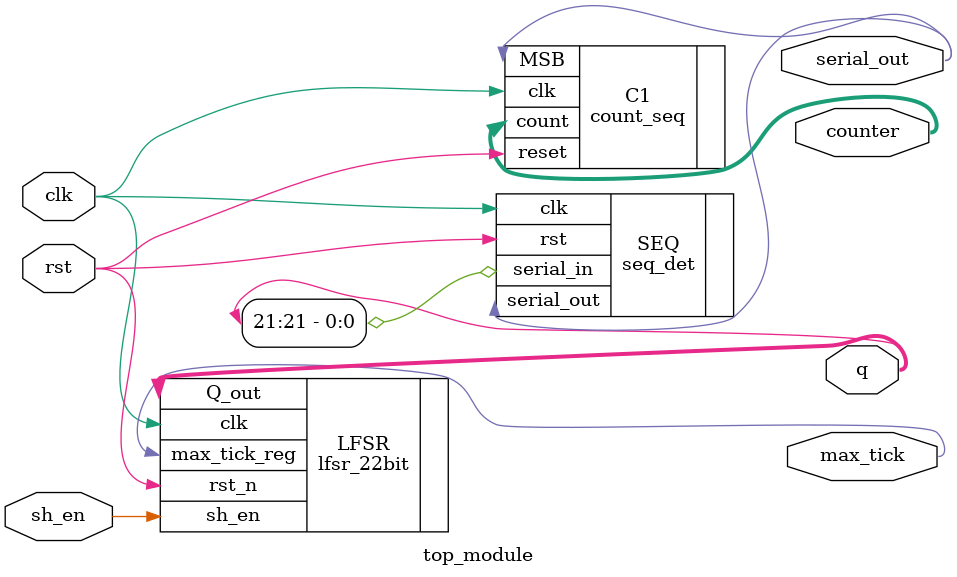
<source format=v>
/*
Top module
Integrating Sequence detector, LFSR and counter
LFSR -> generating random nos
Sequence detector -> inputting random nos from LFSR into sequence detector. Searches for codeword 010110
Counter -> counts how many time code word present in one lfsr cycle
Code Word -> 010110
*/
/////////////////////////////////////////
module top_module(
    
    input clk, //clock signal
    input rst, //reset signal
    input sh_en, //shifting enabled for lfsr
    output max_tick,//indicated when 1 lfsr cycle has been completed 
    output [21:0] q, //output for lfsr
    output serial_out, //output for seq det
    output [21:0] counter
 );

        
        lfsr_22bit LFSR (.clk(clk), .sh_en(sh_en), .rst_n(rst), .Q_out(q), .max_tick_reg(max_tick)); 
        seq_det SEQ (.clk(clk), .rst(rst), .serial_in(q[21]),.serial_out(serial_out)); 
        count_seq C1 (.clk(clk), .reset(rst), .MSB(serial_out), .count(counter));
        
  
                 
endmodule
/////////////////////////////////////////////////////////

</source>
